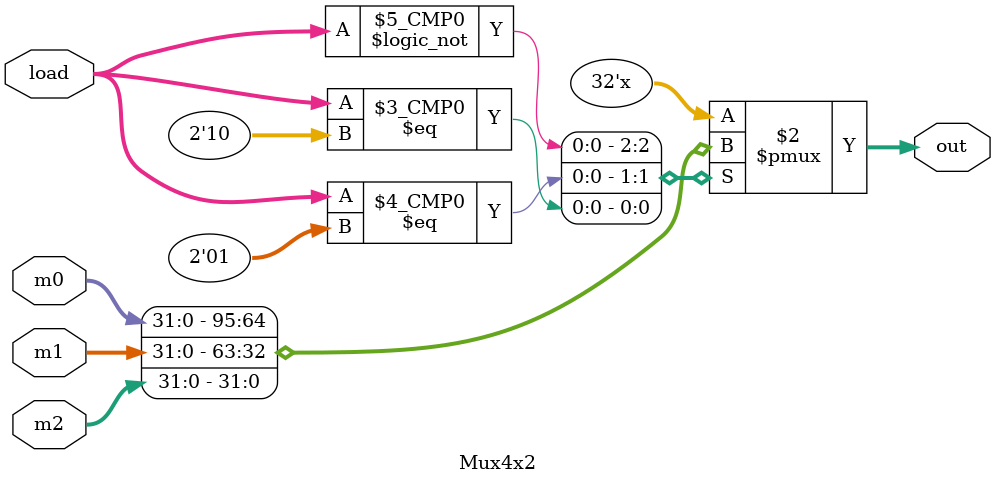
<source format=v>
`timescale 1ns / 1ps


module Mux4x2 #(parameter N=32)(input [1:0] load, input[N-1:0] m0, m1, m2, output reg [N-1:0]out);
always @(*)
begin
case(load)
2'b00: out <= m0;
2'b01: out <= m1;
2'b10: out <= m2;

endcase 
end
endmodule


</source>
